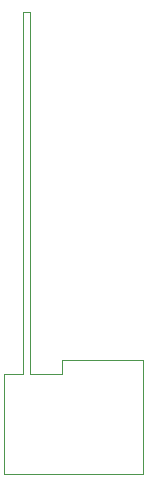
<source format=gbr>
G04 #@! TF.GenerationSoftware,KiCad,Pcbnew,8.0.1*
G04 #@! TF.CreationDate,2025-05-19T13:24:42+01:00*
G04 #@! TF.ProjectId,receiver6,72656365-6976-4657-9236-2e6b69636164,rev?*
G04 #@! TF.SameCoordinates,Original*
G04 #@! TF.FileFunction,Profile,NP*
%FSLAX46Y46*%
G04 Gerber Fmt 4.6, Leading zero omitted, Abs format (unit mm)*
G04 Created by KiCad (PCBNEW 8.0.1) date 2025-05-19 13:24:42*
%MOMM*%
%LPD*%
G01*
G04 APERTURE LIST*
G04 #@! TA.AperFunction,Profile*
%ADD10C,0.050000*%
G04 #@! TD*
G04 APERTURE END LIST*
D10*
X150790000Y-87270000D02*
X150790000Y-56550000D01*
X150790000Y-87270000D02*
X149200000Y-87270000D01*
X160950000Y-95710000D02*
X160950000Y-86050000D01*
X149200000Y-87270000D02*
X149200000Y-95710000D01*
X160950000Y-95710000D02*
X149200000Y-95710000D01*
X151430000Y-56550000D02*
X151430000Y-87270000D01*
X151430000Y-87270000D02*
X154100000Y-87270000D01*
X154100000Y-86050000D02*
X154100000Y-87270000D01*
X150790000Y-56550000D02*
X151430000Y-56550000D01*
X160950000Y-86050000D02*
X154100000Y-86050000D01*
M02*

</source>
